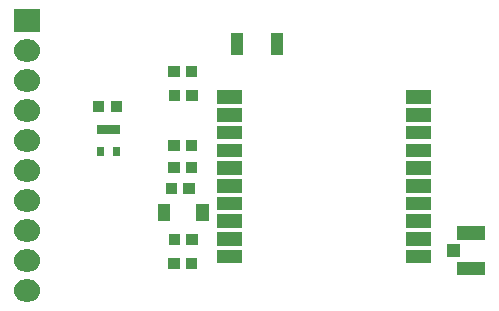
<source format=gts>
%TF.GenerationSoftware,KiCad,Pcbnew,4.0.5-e0-6337~49~ubuntu16.04.1*%
%TF.CreationDate,2017-08-14T18:45:29-07:00*%
%TF.ProjectId,fgpmmopa6h-gps-breakout,6667706D6D6F706136682D6770732D62,v1.0*%
%TF.FileFunction,Soldermask,Top*%
%FSLAX46Y46*%
G04 Gerber Fmt 4.6, Leading zero omitted, Abs format (unit mm)*
G04 Created by KiCad (PCBNEW 4.0.5-e0-6337~49~ubuntu16.04.1) date Mon Aug 14 18:45:29 2017*
%MOMM*%
%LPD*%
G01*
G04 APERTURE LIST*
%ADD10C,0.350000*%
G04 APERTURE END LIST*
D10*
G36*
X3033869Y-59174457D02*
X3033874Y-59174458D01*
X3035927Y-59174472D01*
X3218200Y-59194917D01*
X3393032Y-59250377D01*
X3553761Y-59338738D01*
X3694266Y-59456636D01*
X3809196Y-59599580D01*
X3894172Y-59762125D01*
X3945959Y-59938079D01*
X3945963Y-59938120D01*
X3945964Y-59938124D01*
X3962583Y-60120738D01*
X3944768Y-60290236D01*
X3943410Y-60303153D01*
X3889172Y-60478367D01*
X3801935Y-60639709D01*
X3685020Y-60781035D01*
X3542882Y-60896959D01*
X3380935Y-60983068D01*
X3205346Y-61036082D01*
X3022805Y-61053980D01*
X2707403Y-61053980D01*
X2696371Y-61053903D01*
X2696366Y-61053902D01*
X2694313Y-61053888D01*
X2512040Y-61033443D01*
X2337208Y-60977983D01*
X2176479Y-60889622D01*
X2035974Y-60771724D01*
X1921044Y-60628780D01*
X1836068Y-60466235D01*
X1784281Y-60290281D01*
X1784277Y-60290240D01*
X1784276Y-60290236D01*
X1767657Y-60107622D01*
X1786825Y-59925254D01*
X1786830Y-59925207D01*
X1841068Y-59749993D01*
X1928305Y-59588651D01*
X2045220Y-59447325D01*
X2187358Y-59331401D01*
X2349305Y-59245292D01*
X2524894Y-59192278D01*
X2707435Y-59174380D01*
X3022837Y-59174380D01*
X3033869Y-59174457D01*
X3033869Y-59174457D01*
G37*
G36*
X41672820Y-58824880D02*
X39320420Y-58824880D01*
X39320420Y-57672480D01*
X41672820Y-57672480D01*
X41672820Y-58824880D01*
X41672820Y-58824880D01*
G37*
G36*
X3033869Y-56634457D02*
X3033874Y-56634458D01*
X3035927Y-56634472D01*
X3218200Y-56654917D01*
X3393032Y-56710377D01*
X3553761Y-56798738D01*
X3694266Y-56916636D01*
X3809196Y-57059580D01*
X3894172Y-57222125D01*
X3945959Y-57398079D01*
X3945963Y-57398120D01*
X3945964Y-57398124D01*
X3962583Y-57580738D01*
X3952940Y-57672480D01*
X3943410Y-57763153D01*
X3889172Y-57938367D01*
X3801935Y-58099709D01*
X3685020Y-58241035D01*
X3542882Y-58356959D01*
X3380935Y-58443068D01*
X3205346Y-58496082D01*
X3022805Y-58513980D01*
X2707403Y-58513980D01*
X2696371Y-58513903D01*
X2696366Y-58513902D01*
X2694313Y-58513888D01*
X2512040Y-58493443D01*
X2337208Y-58437983D01*
X2176479Y-58349622D01*
X2035974Y-58231724D01*
X1921044Y-58088780D01*
X1836068Y-57926235D01*
X1784281Y-57750281D01*
X1784277Y-57750240D01*
X1784276Y-57750236D01*
X1767657Y-57567622D01*
X1786825Y-57385254D01*
X1786830Y-57385207D01*
X1841068Y-57209993D01*
X1928305Y-57048651D01*
X2045220Y-56907325D01*
X2187358Y-56791401D01*
X2349305Y-56705292D01*
X2524894Y-56652278D01*
X2707435Y-56634380D01*
X3022837Y-56634380D01*
X3033869Y-56634457D01*
X3033869Y-56634457D01*
G37*
G36*
X17287320Y-58279380D02*
X16334920Y-58279380D01*
X16334920Y-57376980D01*
X17287320Y-57376980D01*
X17287320Y-58279380D01*
X17287320Y-58279380D01*
G37*
G36*
X15787320Y-58279380D02*
X14834920Y-58279380D01*
X14834920Y-57376980D01*
X15787320Y-57376980D01*
X15787320Y-58279380D01*
X15787320Y-58279380D01*
G37*
G36*
X37087810Y-57830720D02*
X34936430Y-57830720D01*
X34936430Y-56677560D01*
X37087810Y-56677560D01*
X37087810Y-57830720D01*
X37087810Y-57830720D01*
G37*
G36*
X21085810Y-57830720D02*
X18934430Y-57830720D01*
X18934430Y-56677560D01*
X21085810Y-56677560D01*
X21085810Y-57830720D01*
X21085810Y-57830720D01*
G37*
G36*
X39572820Y-57324880D02*
X38420420Y-57324880D01*
X38420420Y-56172480D01*
X39572820Y-56172480D01*
X39572820Y-57324880D01*
X39572820Y-57324880D01*
G37*
G36*
X37087810Y-56332120D02*
X34936430Y-56332120D01*
X34936430Y-55178960D01*
X37087810Y-55178960D01*
X37087810Y-56332120D01*
X37087810Y-56332120D01*
G37*
G36*
X21085810Y-56332120D02*
X18934430Y-56332120D01*
X18934430Y-55178960D01*
X21085810Y-55178960D01*
X21085810Y-56332120D01*
X21085810Y-56332120D01*
G37*
G36*
X15811320Y-56247380D02*
X14858920Y-56247380D01*
X14858920Y-55344980D01*
X15811320Y-55344980D01*
X15811320Y-56247380D01*
X15811320Y-56247380D01*
G37*
G36*
X17311320Y-56247380D02*
X16358920Y-56247380D01*
X16358920Y-55344980D01*
X17311320Y-55344980D01*
X17311320Y-56247380D01*
X17311320Y-56247380D01*
G37*
G36*
X3033869Y-54094457D02*
X3033874Y-54094458D01*
X3035927Y-54094472D01*
X3218200Y-54114917D01*
X3393032Y-54170377D01*
X3553761Y-54258738D01*
X3694266Y-54376636D01*
X3809196Y-54519580D01*
X3894172Y-54682125D01*
X3945959Y-54858079D01*
X3945963Y-54858120D01*
X3945964Y-54858124D01*
X3962583Y-55040738D01*
X3948055Y-55178960D01*
X3943410Y-55223153D01*
X3889172Y-55398367D01*
X3801935Y-55559709D01*
X3685020Y-55701035D01*
X3542882Y-55816959D01*
X3380935Y-55903068D01*
X3205346Y-55956082D01*
X3022805Y-55973980D01*
X2707403Y-55973980D01*
X2696371Y-55973903D01*
X2696366Y-55973902D01*
X2694313Y-55973888D01*
X2512040Y-55953443D01*
X2337208Y-55897983D01*
X2176479Y-55809622D01*
X2035974Y-55691724D01*
X1921044Y-55548780D01*
X1836068Y-55386235D01*
X1784281Y-55210281D01*
X1784277Y-55210240D01*
X1784276Y-55210236D01*
X1767657Y-55027622D01*
X1786825Y-54845254D01*
X1786830Y-54845207D01*
X1841068Y-54669993D01*
X1928305Y-54508651D01*
X2045220Y-54367325D01*
X2187358Y-54251401D01*
X2349305Y-54165292D01*
X2524894Y-54112278D01*
X2707435Y-54094380D01*
X3022837Y-54094380D01*
X3033869Y-54094457D01*
X3033869Y-54094457D01*
G37*
G36*
X41672820Y-55824880D02*
X39320420Y-55824880D01*
X39320420Y-54672480D01*
X41672820Y-54672480D01*
X41672820Y-55824880D01*
X41672820Y-55824880D01*
G37*
G36*
X21085810Y-54830980D02*
X18934430Y-54830980D01*
X18934430Y-53677820D01*
X21085810Y-53677820D01*
X21085810Y-54830980D01*
X21085810Y-54830980D01*
G37*
G36*
X37087810Y-54830980D02*
X34936430Y-54830980D01*
X34936430Y-53677820D01*
X37087810Y-53677820D01*
X37087810Y-54830980D01*
X37087810Y-54830980D01*
G37*
G36*
X15008320Y-54196380D02*
X13945920Y-54196380D01*
X13945920Y-52823980D01*
X15008320Y-52823980D01*
X15008320Y-54196380D01*
X15008320Y-54196380D01*
G37*
G36*
X18278320Y-54196380D02*
X17215920Y-54196380D01*
X17215920Y-52823980D01*
X18278320Y-52823980D01*
X18278320Y-54196380D01*
X18278320Y-54196380D01*
G37*
G36*
X3033869Y-51554457D02*
X3033874Y-51554458D01*
X3035927Y-51554472D01*
X3218200Y-51574917D01*
X3393032Y-51630377D01*
X3553761Y-51718738D01*
X3694266Y-51836636D01*
X3809196Y-51979580D01*
X3894172Y-52142125D01*
X3945959Y-52318079D01*
X3945963Y-52318120D01*
X3945964Y-52318124D01*
X3962583Y-52500738D01*
X3944768Y-52670236D01*
X3943410Y-52683153D01*
X3889172Y-52858367D01*
X3801935Y-53019709D01*
X3685020Y-53161035D01*
X3542882Y-53276959D01*
X3380935Y-53363068D01*
X3205346Y-53416082D01*
X3022805Y-53433980D01*
X2707403Y-53433980D01*
X2696371Y-53433903D01*
X2696366Y-53433902D01*
X2694313Y-53433888D01*
X2512040Y-53413443D01*
X2337208Y-53357983D01*
X2176479Y-53269622D01*
X2035974Y-53151724D01*
X1921044Y-53008780D01*
X1836068Y-52846235D01*
X1784281Y-52670281D01*
X1784277Y-52670240D01*
X1784276Y-52670236D01*
X1767657Y-52487622D01*
X1786825Y-52305254D01*
X1786830Y-52305207D01*
X1841068Y-52129993D01*
X1928305Y-51968651D01*
X2045220Y-51827325D01*
X2187358Y-51711401D01*
X2349305Y-51625292D01*
X2524894Y-51572278D01*
X2707435Y-51554380D01*
X3022837Y-51554380D01*
X3033869Y-51554457D01*
X3033869Y-51554457D01*
G37*
G36*
X21085810Y-53332380D02*
X18934430Y-53332380D01*
X18934430Y-52179220D01*
X21085810Y-52179220D01*
X21085810Y-53332380D01*
X21085810Y-53332380D01*
G37*
G36*
X37087810Y-53332380D02*
X34936430Y-53332380D01*
X34936430Y-52179220D01*
X37087810Y-52179220D01*
X37087810Y-53332380D01*
X37087810Y-53332380D01*
G37*
G36*
X17057320Y-51929380D02*
X16104920Y-51929380D01*
X16104920Y-51026980D01*
X17057320Y-51026980D01*
X17057320Y-51929380D01*
X17057320Y-51929380D01*
G37*
G36*
X15557320Y-51929380D02*
X14604920Y-51929380D01*
X14604920Y-51026980D01*
X15557320Y-51026980D01*
X15557320Y-51929380D01*
X15557320Y-51929380D01*
G37*
G36*
X37087810Y-51831240D02*
X34936430Y-51831240D01*
X34936430Y-50678080D01*
X37087810Y-50678080D01*
X37087810Y-51831240D01*
X37087810Y-51831240D01*
G37*
G36*
X21085810Y-51831240D02*
X18934430Y-51831240D01*
X18934430Y-50678080D01*
X21085810Y-50678080D01*
X21085810Y-51831240D01*
X21085810Y-51831240D01*
G37*
G36*
X3033869Y-49014457D02*
X3033874Y-49014458D01*
X3035927Y-49014472D01*
X3218200Y-49034917D01*
X3393032Y-49090377D01*
X3553761Y-49178738D01*
X3694266Y-49296636D01*
X3809196Y-49439580D01*
X3894172Y-49602125D01*
X3945959Y-49778079D01*
X3945963Y-49778120D01*
X3945964Y-49778124D01*
X3962583Y-49960738D01*
X3944768Y-50130236D01*
X3943410Y-50143153D01*
X3889172Y-50318367D01*
X3801935Y-50479709D01*
X3685020Y-50621035D01*
X3542882Y-50736959D01*
X3380935Y-50823068D01*
X3205346Y-50876082D01*
X3022805Y-50893980D01*
X2707403Y-50893980D01*
X2696371Y-50893903D01*
X2696366Y-50893902D01*
X2694313Y-50893888D01*
X2512040Y-50873443D01*
X2337208Y-50817983D01*
X2176479Y-50729622D01*
X2035974Y-50611724D01*
X1921044Y-50468780D01*
X1836068Y-50306235D01*
X1784281Y-50130281D01*
X1784277Y-50130240D01*
X1784276Y-50130236D01*
X1767657Y-49947622D01*
X1786825Y-49765254D01*
X1786830Y-49765207D01*
X1841068Y-49589993D01*
X1928305Y-49428651D01*
X2045220Y-49287325D01*
X2187358Y-49171401D01*
X2349305Y-49085292D01*
X2524894Y-49032278D01*
X2707435Y-49014380D01*
X3022837Y-49014380D01*
X3033869Y-49014457D01*
X3033869Y-49014457D01*
G37*
G36*
X21085810Y-50332640D02*
X18934430Y-50332640D01*
X18934430Y-49179480D01*
X21085810Y-49179480D01*
X21085810Y-50332640D01*
X21085810Y-50332640D01*
G37*
G36*
X37087810Y-50332640D02*
X34936430Y-50332640D01*
X34936430Y-49179480D01*
X37087810Y-49179480D01*
X37087810Y-50332640D01*
X37087810Y-50332640D01*
G37*
G36*
X17287320Y-50151380D02*
X16334920Y-50151380D01*
X16334920Y-49248980D01*
X17287320Y-49248980D01*
X17287320Y-50151380D01*
X17287320Y-50151380D01*
G37*
G36*
X15787320Y-50151380D02*
X14834920Y-50151380D01*
X14834920Y-49248980D01*
X15787320Y-49248980D01*
X15787320Y-50151380D01*
X15787320Y-50151380D01*
G37*
G36*
X21085810Y-48831500D02*
X18934430Y-48831500D01*
X18934430Y-47678340D01*
X21085810Y-47678340D01*
X21085810Y-48831500D01*
X21085810Y-48831500D01*
G37*
G36*
X37087810Y-48831500D02*
X34936430Y-48831500D01*
X34936430Y-47678340D01*
X37087810Y-47678340D01*
X37087810Y-48831500D01*
X37087810Y-48831500D01*
G37*
G36*
X9407820Y-48742880D02*
X8835420Y-48742880D01*
X8835420Y-47990480D01*
X9407820Y-47990480D01*
X9407820Y-48742880D01*
X9407820Y-48742880D01*
G37*
G36*
X10707820Y-48742880D02*
X10135420Y-48742880D01*
X10135420Y-47990480D01*
X10707820Y-47990480D01*
X10707820Y-48742880D01*
X10707820Y-48742880D01*
G37*
G36*
X3033869Y-46474457D02*
X3033874Y-46474458D01*
X3035927Y-46474472D01*
X3218200Y-46494917D01*
X3393032Y-46550377D01*
X3553761Y-46638738D01*
X3694266Y-46756636D01*
X3809196Y-46899580D01*
X3894172Y-47062125D01*
X3945959Y-47238079D01*
X3945963Y-47238120D01*
X3945964Y-47238124D01*
X3962583Y-47420738D01*
X3944768Y-47590236D01*
X3943410Y-47603153D01*
X3889172Y-47778367D01*
X3801935Y-47939709D01*
X3685020Y-48081035D01*
X3542882Y-48196959D01*
X3380935Y-48283068D01*
X3205346Y-48336082D01*
X3022805Y-48353980D01*
X2707403Y-48353980D01*
X2696371Y-48353903D01*
X2696366Y-48353902D01*
X2694313Y-48353888D01*
X2512040Y-48333443D01*
X2337208Y-48277983D01*
X2176479Y-48189622D01*
X2035974Y-48071724D01*
X1921044Y-47928780D01*
X1836068Y-47766235D01*
X1784281Y-47590281D01*
X1784277Y-47590240D01*
X1784276Y-47590236D01*
X1767657Y-47407622D01*
X1786825Y-47225254D01*
X1786830Y-47225207D01*
X1841068Y-47049993D01*
X1928305Y-46888651D01*
X2045220Y-46747325D01*
X2187358Y-46631401D01*
X2349305Y-46545292D01*
X2524894Y-46492278D01*
X2707435Y-46474380D01*
X3022837Y-46474380D01*
X3033869Y-46474457D01*
X3033869Y-46474457D01*
G37*
G36*
X17287320Y-48309880D02*
X16334920Y-48309880D01*
X16334920Y-47407480D01*
X17287320Y-47407480D01*
X17287320Y-48309880D01*
X17287320Y-48309880D01*
G37*
G36*
X15787320Y-48309880D02*
X14834920Y-48309880D01*
X14834920Y-47407480D01*
X15787320Y-47407480D01*
X15787320Y-48309880D01*
X15787320Y-48309880D01*
G37*
G36*
X21085810Y-47332900D02*
X18934430Y-47332900D01*
X18934430Y-46179740D01*
X21085810Y-46179740D01*
X21085810Y-47332900D01*
X21085810Y-47332900D01*
G37*
G36*
X37087810Y-47332900D02*
X34936430Y-47332900D01*
X34936430Y-46179740D01*
X37087810Y-46179740D01*
X37087810Y-47332900D01*
X37087810Y-47332900D01*
G37*
G36*
X10707820Y-46842880D02*
X8835420Y-46842880D01*
X8835420Y-46090480D01*
X10707820Y-46090480D01*
X10707820Y-46842880D01*
X10707820Y-46842880D01*
G37*
G36*
X21085810Y-45831760D02*
X18934430Y-45831760D01*
X18934430Y-44678600D01*
X21085810Y-44678600D01*
X21085810Y-45831760D01*
X21085810Y-45831760D01*
G37*
G36*
X37087810Y-45831760D02*
X34936430Y-45831760D01*
X34936430Y-44678600D01*
X37087810Y-44678600D01*
X37087810Y-45831760D01*
X37087810Y-45831760D01*
G37*
G36*
X3033869Y-43934457D02*
X3033874Y-43934458D01*
X3035927Y-43934472D01*
X3218200Y-43954917D01*
X3393032Y-44010377D01*
X3553761Y-44098738D01*
X3694266Y-44216636D01*
X3809196Y-44359580D01*
X3894172Y-44522125D01*
X3945959Y-44698079D01*
X3945963Y-44698120D01*
X3945964Y-44698124D01*
X3962583Y-44880738D01*
X3944768Y-45050236D01*
X3943410Y-45063153D01*
X3889172Y-45238367D01*
X3801935Y-45399709D01*
X3685020Y-45541035D01*
X3542882Y-45656959D01*
X3380935Y-45743068D01*
X3205346Y-45796082D01*
X3022805Y-45813980D01*
X2707403Y-45813980D01*
X2696371Y-45813903D01*
X2696366Y-45813902D01*
X2694313Y-45813888D01*
X2512040Y-45793443D01*
X2337208Y-45737983D01*
X2176479Y-45649622D01*
X2035974Y-45531724D01*
X1921044Y-45388780D01*
X1836068Y-45226235D01*
X1784281Y-45050281D01*
X1784277Y-45050240D01*
X1784276Y-45050236D01*
X1767657Y-44867622D01*
X1786825Y-44685254D01*
X1786830Y-44685207D01*
X1841068Y-44509993D01*
X1928305Y-44348651D01*
X2045220Y-44207325D01*
X2187358Y-44091401D01*
X2349305Y-44005292D01*
X2524894Y-43952278D01*
X2707435Y-43934380D01*
X3022837Y-43934380D01*
X3033869Y-43934457D01*
X3033869Y-43934457D01*
G37*
G36*
X10897820Y-45007880D02*
X9945420Y-45007880D01*
X9945420Y-44105480D01*
X10897820Y-44105480D01*
X10897820Y-45007880D01*
X10897820Y-45007880D01*
G37*
G36*
X9397820Y-45007880D02*
X8445420Y-45007880D01*
X8445420Y-44105480D01*
X9397820Y-44105480D01*
X9397820Y-45007880D01*
X9397820Y-45007880D01*
G37*
G36*
X37087810Y-44333160D02*
X34936430Y-44333160D01*
X34936430Y-43180000D01*
X37087810Y-43180000D01*
X37087810Y-44333160D01*
X37087810Y-44333160D01*
G37*
G36*
X21085810Y-44333160D02*
X18934430Y-44333160D01*
X18934430Y-43180000D01*
X21085810Y-43180000D01*
X21085810Y-44333160D01*
X21085810Y-44333160D01*
G37*
G36*
X17311320Y-44055380D02*
X16358920Y-44055380D01*
X16358920Y-43152980D01*
X17311320Y-43152980D01*
X17311320Y-44055380D01*
X17311320Y-44055380D01*
G37*
G36*
X15811320Y-44055380D02*
X14858920Y-44055380D01*
X14858920Y-43152980D01*
X15811320Y-43152980D01*
X15811320Y-44055380D01*
X15811320Y-44055380D01*
G37*
G36*
X3033869Y-41394457D02*
X3033874Y-41394458D01*
X3035927Y-41394472D01*
X3218200Y-41414917D01*
X3393032Y-41470377D01*
X3553761Y-41558738D01*
X3694266Y-41676636D01*
X3809196Y-41819580D01*
X3894172Y-41982125D01*
X3945959Y-42158079D01*
X3945963Y-42158120D01*
X3945964Y-42158124D01*
X3962583Y-42340738D01*
X3944768Y-42510236D01*
X3943410Y-42523153D01*
X3889172Y-42698367D01*
X3801935Y-42859709D01*
X3685020Y-43001035D01*
X3542882Y-43116959D01*
X3380935Y-43203068D01*
X3205346Y-43256082D01*
X3022805Y-43273980D01*
X2707403Y-43273980D01*
X2696371Y-43273903D01*
X2696366Y-43273902D01*
X2694313Y-43273888D01*
X2512040Y-43253443D01*
X2337208Y-43197983D01*
X2176479Y-43109622D01*
X2035974Y-42991724D01*
X1921044Y-42848780D01*
X1836068Y-42686235D01*
X1784281Y-42510281D01*
X1784277Y-42510240D01*
X1784276Y-42510236D01*
X1767657Y-42327622D01*
X1786825Y-42145254D01*
X1786830Y-42145207D01*
X1841068Y-41969993D01*
X1928305Y-41808651D01*
X2045220Y-41667325D01*
X2187358Y-41551401D01*
X2349305Y-41465292D01*
X2524894Y-41412278D01*
X2707435Y-41394380D01*
X3022837Y-41394380D01*
X3033869Y-41394457D01*
X3033869Y-41394457D01*
G37*
G36*
X17287320Y-42023380D02*
X16334920Y-42023380D01*
X16334920Y-41120980D01*
X17287320Y-41120980D01*
X17287320Y-42023380D01*
X17287320Y-42023380D01*
G37*
G36*
X15787320Y-42023380D02*
X14834920Y-42023380D01*
X14834920Y-41120980D01*
X15787320Y-41120980D01*
X15787320Y-42023380D01*
X15787320Y-42023380D01*
G37*
G36*
X3033869Y-38854457D02*
X3033874Y-38854458D01*
X3035927Y-38854472D01*
X3218200Y-38874917D01*
X3393032Y-38930377D01*
X3553761Y-39018738D01*
X3694266Y-39136636D01*
X3809196Y-39279580D01*
X3894172Y-39442125D01*
X3945959Y-39618079D01*
X3945963Y-39618120D01*
X3945964Y-39618124D01*
X3962583Y-39800738D01*
X3944768Y-39970236D01*
X3943410Y-39983153D01*
X3889172Y-40158367D01*
X3801935Y-40319709D01*
X3685020Y-40461035D01*
X3542882Y-40576959D01*
X3380935Y-40663068D01*
X3205346Y-40716082D01*
X3022805Y-40733980D01*
X2707403Y-40733980D01*
X2696371Y-40733903D01*
X2696366Y-40733902D01*
X2694313Y-40733888D01*
X2512040Y-40713443D01*
X2337208Y-40657983D01*
X2176479Y-40569622D01*
X2035974Y-40451724D01*
X1921044Y-40308780D01*
X1836068Y-40146235D01*
X1784281Y-39970281D01*
X1784277Y-39970240D01*
X1784276Y-39970236D01*
X1767657Y-39787622D01*
X1786825Y-39605254D01*
X1786830Y-39605207D01*
X1841068Y-39429993D01*
X1928305Y-39268651D01*
X2045220Y-39127325D01*
X2187358Y-39011401D01*
X2349305Y-38925292D01*
X2524894Y-38872278D01*
X2707435Y-38854380D01*
X3022837Y-38854380D01*
X3033869Y-38854457D01*
X3033869Y-38854457D01*
G37*
G36*
X24521320Y-40212380D02*
X23568920Y-40212380D01*
X23568920Y-38359980D01*
X24521320Y-38359980D01*
X24521320Y-40212380D01*
X24521320Y-40212380D01*
G37*
G36*
X21121320Y-40212380D02*
X20168920Y-40212380D01*
X20168920Y-38359980D01*
X21121320Y-38359980D01*
X21121320Y-40212380D01*
X21121320Y-40212380D01*
G37*
G36*
X3957320Y-38193980D02*
X1772920Y-38193980D01*
X1772920Y-36314380D01*
X3957320Y-36314380D01*
X3957320Y-38193980D01*
X3957320Y-38193980D01*
G37*
M02*

</source>
